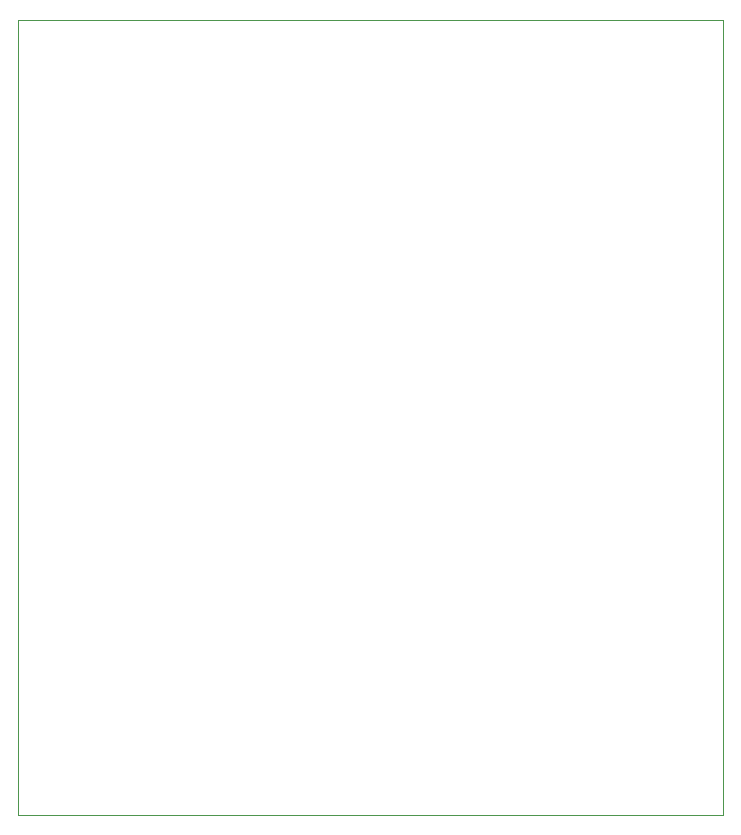
<source format=gbr>
%TF.GenerationSoftware,KiCad,Pcbnew,5.1.6-c6e7f7d~87~ubuntu20.04.1*%
%TF.CreationDate,2020-08-30T17:45:41-04:00*%
%TF.ProjectId,noob_tester,6e6f6f62-5f74-4657-9374-65722e6b6963,rev?*%
%TF.SameCoordinates,Original*%
%TF.FileFunction,Profile,NP*%
%FSLAX46Y46*%
G04 Gerber Fmt 4.6, Leading zero omitted, Abs format (unit mm)*
G04 Created by KiCad (PCBNEW 5.1.6-c6e7f7d~87~ubuntu20.04.1) date 2020-08-30 17:45:41*
%MOMM*%
%LPD*%
G01*
G04 APERTURE LIST*
%TA.AperFunction,Profile*%
%ADD10C,0.050000*%
%TD*%
G04 APERTURE END LIST*
D10*
X93980000Y-128270000D02*
X93980000Y-60960000D01*
X153670000Y-128270000D02*
X93980000Y-128270000D01*
X153670000Y-60960000D02*
X153670000Y-128270000D01*
X93980000Y-60960000D02*
X153670000Y-60960000D01*
M02*

</source>
